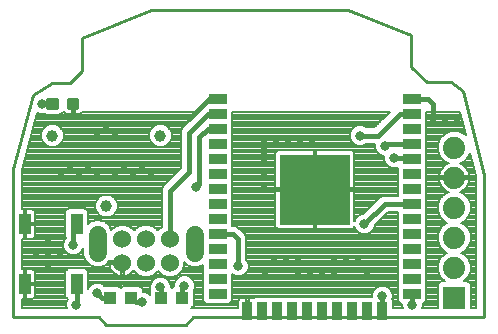
<source format=gtl>
G75*
G70*
%OFA0B0*%
%FSLAX24Y24*%
%IPPOS*%
%LPD*%
%AMOC8*
5,1,8,0,0,1.08239X$1,22.5*
%
%ADD10C,0.0100*%
%ADD11C,0.0600*%
%ADD12C,0.0000*%
%ADD13C,0.0600*%
%ADD14C,0.0394*%
%ADD15R,0.0591X0.0354*%
%ADD16R,0.0354X0.0591*%
%ADD17R,0.2362X0.2362*%
%ADD18R,0.0394X0.0433*%
%ADD19C,0.0118*%
%ADD20R,0.0740X0.0740*%
%ADD21C,0.0740*%
%ADD22R,0.0400X0.0700*%
%ADD23C,0.0080*%
%ADD24C,0.0180*%
%ADD25C,0.0240*%
%ADD26C,0.0320*%
%ADD27C,0.0160*%
D10*
X003490Y003381D02*
X003740Y003131D01*
X006390Y003131D01*
X006640Y003381D01*
X016340Y003381D01*
X016340Y008131D01*
X015640Y010931D01*
X015240Y011231D01*
X014440Y011231D01*
X013890Y011731D01*
X013890Y012781D01*
X011790Y013631D01*
X005240Y013631D01*
X002940Y012681D01*
X002940Y011581D01*
X002540Y011181D01*
X001940Y011181D01*
X001290Y010781D01*
X000640Y008331D01*
X000640Y003381D01*
X003490Y003381D01*
D11*
X003452Y005531D02*
X003452Y006131D01*
X003452Y005531D01*
X006702Y005531D02*
X006702Y006131D01*
X006702Y005531D01*
D12*
X006527Y005831D02*
X006529Y005857D01*
X006535Y005883D01*
X006544Y005907D01*
X006557Y005930D01*
X006574Y005950D01*
X006593Y005968D01*
X006615Y005983D01*
X006638Y005994D01*
X006663Y006002D01*
X006689Y006006D01*
X006715Y006006D01*
X006741Y006002D01*
X006766Y005994D01*
X006790Y005983D01*
X006811Y005968D01*
X006830Y005950D01*
X006847Y005930D01*
X006860Y005907D01*
X006869Y005883D01*
X006875Y005857D01*
X006877Y005831D01*
X006875Y005805D01*
X006869Y005779D01*
X006860Y005755D01*
X006847Y005732D01*
X006830Y005712D01*
X006811Y005694D01*
X006789Y005679D01*
X006766Y005668D01*
X006741Y005660D01*
X006715Y005656D01*
X006689Y005656D01*
X006663Y005660D01*
X006638Y005668D01*
X006614Y005679D01*
X006593Y005694D01*
X006574Y005712D01*
X006557Y005732D01*
X006544Y005755D01*
X006535Y005779D01*
X006529Y005805D01*
X006527Y005831D01*
X003277Y005831D02*
X003279Y005857D01*
X003285Y005883D01*
X003294Y005907D01*
X003307Y005930D01*
X003324Y005950D01*
X003343Y005968D01*
X003365Y005983D01*
X003388Y005994D01*
X003413Y006002D01*
X003439Y006006D01*
X003465Y006006D01*
X003491Y006002D01*
X003516Y005994D01*
X003540Y005983D01*
X003561Y005968D01*
X003580Y005950D01*
X003597Y005930D01*
X003610Y005907D01*
X003619Y005883D01*
X003625Y005857D01*
X003627Y005831D01*
X003625Y005805D01*
X003619Y005779D01*
X003610Y005755D01*
X003597Y005732D01*
X003580Y005712D01*
X003561Y005694D01*
X003539Y005679D01*
X003516Y005668D01*
X003491Y005660D01*
X003465Y005656D01*
X003439Y005656D01*
X003413Y005660D01*
X003388Y005668D01*
X003364Y005679D01*
X003343Y005694D01*
X003324Y005712D01*
X003307Y005732D01*
X003294Y005755D01*
X003285Y005779D01*
X003279Y005805D01*
X003277Y005831D01*
D13*
X004278Y005981D03*
X005065Y005981D03*
X005852Y005981D03*
X005852Y005194D03*
X005065Y005194D03*
X004278Y005194D03*
D14*
X003740Y007081D03*
X001940Y009431D03*
X005540Y009431D03*
D15*
X007447Y009662D03*
X007447Y009162D03*
X007447Y008662D03*
X007447Y008162D03*
X007447Y007662D03*
X007447Y007162D03*
X007447Y006662D03*
X007447Y006162D03*
X007447Y005662D03*
X007447Y005162D03*
X007447Y004662D03*
X007447Y004162D03*
X013933Y004162D03*
X013933Y004662D03*
X013933Y005162D03*
X013933Y005662D03*
X013933Y006162D03*
X013933Y006662D03*
X013933Y007162D03*
X013933Y007662D03*
X013933Y008162D03*
X013933Y008662D03*
X013933Y009162D03*
X013933Y009662D03*
X013933Y010162D03*
X013933Y010662D03*
X007447Y010662D03*
X007447Y010162D03*
D16*
X008440Y003576D03*
X008940Y003576D03*
X009440Y003576D03*
X009940Y003576D03*
X010440Y003576D03*
X010940Y003576D03*
X011440Y003576D03*
X011940Y003576D03*
X012440Y003576D03*
X012940Y003576D03*
D17*
X010690Y007631D03*
D18*
X006270Y004031D03*
X005560Y004031D03*
X004570Y004031D03*
X003860Y004031D03*
D19*
X002497Y010343D02*
X002497Y010619D01*
X002773Y010619D01*
X002773Y010343D01*
X002497Y010343D01*
X002497Y010460D02*
X002773Y010460D01*
X002773Y010577D02*
X002497Y010577D01*
X001807Y010619D02*
X001807Y010343D01*
X001807Y010619D02*
X002083Y010619D01*
X002083Y010343D01*
X001807Y010343D01*
X001807Y010460D02*
X002083Y010460D01*
X002083Y010577D02*
X001807Y010577D01*
D20*
X015340Y004031D03*
D21*
X015340Y005031D03*
X015340Y006031D03*
X015340Y007031D03*
X015340Y008031D03*
X015340Y009031D03*
D22*
X002747Y006481D03*
X001033Y006481D03*
X001033Y004481D03*
X002747Y004481D03*
D23*
X003127Y004480D02*
X003273Y004480D01*
X003247Y004469D02*
X003152Y004373D01*
X003127Y004314D01*
X003127Y004905D01*
X003022Y005011D01*
X002473Y005011D01*
X002367Y004905D01*
X002367Y004056D01*
X002451Y003972D01*
X002400Y003849D01*
X002400Y003713D01*
X002418Y003671D01*
X000930Y003671D01*
X000930Y003991D01*
X000993Y003991D01*
X000993Y004441D01*
X001073Y004441D01*
X001073Y004521D01*
X000993Y004521D01*
X000993Y004971D01*
X000930Y004971D01*
X000930Y005991D01*
X000993Y005991D01*
X000993Y006441D01*
X001073Y006441D01*
X001073Y006521D01*
X000993Y006521D01*
X000993Y006971D01*
X000930Y006971D01*
X000930Y008293D01*
X001430Y010179D01*
X001522Y010141D01*
X001658Y010141D01*
X001667Y010145D01*
X001672Y010140D01*
X001759Y010104D01*
X002130Y010104D01*
X002218Y010140D01*
X002285Y010208D01*
X002295Y010231D01*
X002332Y010231D01*
X002338Y010221D01*
X002375Y010184D01*
X002421Y010158D01*
X002471Y010144D01*
X002595Y010144D01*
X002595Y010231D01*
X002675Y010231D01*
X002675Y010144D01*
X002799Y010144D01*
X002850Y010158D01*
X002895Y010184D01*
X002932Y010221D01*
X002938Y010231D01*
X006808Y010231D01*
X006337Y009760D01*
X006261Y009684D01*
X006220Y009585D01*
X006220Y008343D01*
X005699Y007822D01*
X005624Y007746D01*
X005582Y007647D01*
X005582Y006389D01*
X005581Y006388D01*
X005459Y006266D01*
X005337Y006388D01*
X005160Y006461D01*
X004970Y006461D01*
X004793Y006388D01*
X004671Y006266D01*
X004549Y006388D01*
X004373Y006461D01*
X004182Y006461D01*
X004006Y006388D01*
X003907Y006289D01*
X003859Y006403D01*
X003724Y006538D01*
X003548Y006611D01*
X003357Y006611D01*
X003181Y006538D01*
X003127Y006484D01*
X003127Y006905D01*
X003022Y007011D01*
X002473Y007011D01*
X002367Y006905D01*
X002367Y006056D01*
X002380Y006043D01*
X002380Y006002D01*
X002352Y005973D01*
X002300Y005849D01*
X002300Y005713D01*
X002352Y005588D01*
X002447Y005493D01*
X002572Y005441D01*
X002708Y005441D01*
X002833Y005493D01*
X002928Y005588D01*
X002972Y005695D01*
X002972Y005435D01*
X003045Y005259D01*
X003181Y005124D01*
X003357Y005051D01*
X003548Y005051D01*
X003724Y005124D01*
X003839Y005239D01*
X003838Y005234D01*
X004238Y005234D01*
X004238Y005154D01*
X003838Y005154D01*
X003848Y005090D01*
X003870Y005025D01*
X003901Y004963D01*
X003942Y004907D01*
X003991Y004858D01*
X004047Y004817D01*
X004109Y004786D01*
X004175Y004764D01*
X004238Y004754D01*
X004238Y005153D01*
X004318Y005153D01*
X004318Y004754D01*
X004381Y004764D01*
X004446Y004786D01*
X004508Y004817D01*
X004564Y004858D01*
X004613Y004907D01*
X004646Y004952D01*
X004658Y004922D01*
X004793Y004787D01*
X004970Y004714D01*
X005160Y004714D01*
X005337Y004787D01*
X005459Y004908D01*
X005581Y004787D01*
X005757Y004714D01*
X005948Y004714D01*
X006124Y004787D01*
X006259Y004922D01*
X006332Y005098D01*
X006332Y005222D01*
X006431Y005124D01*
X006607Y005051D01*
X006798Y005051D01*
X006971Y005123D01*
X006971Y003911D01*
X007077Y003805D01*
X007817Y003805D01*
X007922Y003911D01*
X007922Y004818D01*
X007947Y004793D01*
X008072Y004741D01*
X008208Y004741D01*
X008333Y004793D01*
X008428Y004888D01*
X008480Y005013D01*
X008480Y005149D01*
X008428Y005273D01*
X008410Y005292D01*
X008410Y006035D01*
X008369Y006134D01*
X008293Y006210D01*
X008111Y006391D01*
X008012Y006432D01*
X007922Y006432D01*
X007922Y010231D01*
X013208Y010231D01*
X012678Y009701D01*
X012401Y009701D01*
X012383Y009719D01*
X012258Y009771D01*
X012122Y009771D01*
X011997Y009719D01*
X011902Y009623D01*
X011850Y009499D01*
X011850Y009363D01*
X011902Y009238D01*
X011997Y009143D01*
X012122Y009091D01*
X012258Y009091D01*
X012383Y009143D01*
X012401Y009161D01*
X012705Y009161D01*
X012700Y009149D01*
X012700Y009013D01*
X012752Y008888D01*
X012847Y008793D01*
X012972Y008741D01*
X013000Y008741D01*
X013000Y008613D01*
X013052Y008488D01*
X013147Y008393D01*
X013272Y008341D01*
X013408Y008341D01*
X013458Y008362D01*
X013458Y007432D01*
X012968Y007432D01*
X012869Y007391D01*
X012298Y006821D01*
X012272Y006821D01*
X012147Y006769D01*
X012052Y006673D01*
X012011Y006575D01*
X012011Y007591D01*
X010730Y007591D01*
X010730Y007671D01*
X010650Y007671D01*
X010650Y008952D01*
X009490Y008952D01*
X009455Y008942D01*
X009423Y008924D01*
X009397Y008898D01*
X009378Y008866D01*
X009369Y008830D01*
X009369Y007671D01*
X010650Y007671D01*
X010650Y007591D01*
X009369Y007591D01*
X009369Y006431D01*
X009378Y006396D01*
X009397Y006364D01*
X008139Y006364D01*
X008217Y006285D02*
X012055Y006285D01*
X012052Y006288D02*
X012147Y006193D01*
X012272Y006141D01*
X012408Y006141D01*
X012533Y006193D01*
X012628Y006288D01*
X012680Y006413D01*
X012680Y006439D01*
X013133Y006892D01*
X013458Y006892D01*
X013458Y003911D01*
X013563Y003805D01*
X013600Y003805D01*
X013600Y003713D01*
X013618Y003671D01*
X013297Y003671D01*
X013297Y003946D01*
X013265Y003978D01*
X013280Y004013D01*
X013280Y004149D01*
X013228Y004273D01*
X013133Y004369D01*
X013008Y004421D01*
X012872Y004421D01*
X012747Y004369D01*
X012652Y004273D01*
X012600Y004149D01*
X012600Y004051D01*
X008688Y004051D01*
X008646Y004008D01*
X008636Y004011D01*
X008480Y004011D01*
X008480Y003671D01*
X008400Y003671D01*
X008400Y004011D01*
X008244Y004011D01*
X008209Y004002D01*
X008177Y003983D01*
X008151Y003957D01*
X008132Y003925D01*
X008123Y003889D01*
X008123Y003671D01*
X006582Y003671D01*
X006574Y003668D01*
X006646Y003740D01*
X006646Y004282D01*
X006680Y004363D01*
X006680Y004499D01*
X006628Y004623D01*
X006533Y004719D01*
X006408Y004771D01*
X006272Y004771D01*
X006147Y004719D01*
X006052Y004623D01*
X006000Y004499D01*
X006000Y004427D01*
X005998Y004427D01*
X005915Y004344D01*
X005880Y004379D01*
X005880Y004449D01*
X005828Y004573D01*
X005733Y004669D01*
X005608Y004721D01*
X005472Y004721D01*
X005347Y004669D01*
X005252Y004573D01*
X005200Y004449D01*
X005200Y004338D01*
X005184Y004322D01*
X005184Y004118D01*
X005133Y004169D01*
X005008Y004221D01*
X004946Y004221D01*
X004946Y004322D01*
X004841Y004427D01*
X004298Y004427D01*
X004215Y004344D01*
X004132Y004427D01*
X003674Y004427D01*
X003633Y004469D01*
X003508Y004521D01*
X003372Y004521D01*
X003247Y004469D01*
X003180Y004401D02*
X003127Y004401D01*
X003127Y004323D02*
X003131Y004323D01*
X003127Y004558D02*
X005246Y004558D01*
X005213Y004480D02*
X003607Y004480D01*
X003127Y004637D02*
X005315Y004637D01*
X005344Y004794D02*
X005573Y004794D01*
X005621Y004715D02*
X005752Y004715D01*
X005765Y004637D02*
X006065Y004637D01*
X006025Y004558D02*
X005834Y004558D01*
X005867Y004480D02*
X006000Y004480D01*
X005972Y004401D02*
X005880Y004401D01*
X005952Y004715D02*
X006144Y004715D01*
X006132Y004794D02*
X006971Y004794D01*
X006971Y004872D02*
X006210Y004872D01*
X006271Y004951D02*
X006971Y004951D01*
X006971Y005029D02*
X006304Y005029D01*
X006332Y005108D02*
X006469Y005108D01*
X006368Y005186D02*
X006332Y005186D01*
X006536Y004715D02*
X006971Y004715D01*
X006971Y004637D02*
X006615Y004637D01*
X006655Y004558D02*
X006971Y004558D01*
X006971Y004480D02*
X006680Y004480D01*
X006680Y004401D02*
X006971Y004401D01*
X006971Y004323D02*
X006663Y004323D01*
X006646Y004244D02*
X006971Y004244D01*
X006971Y004166D02*
X006646Y004166D01*
X006646Y004087D02*
X006971Y004087D01*
X006971Y004009D02*
X006646Y004009D01*
X006646Y003930D02*
X006971Y003930D01*
X007030Y003852D02*
X006646Y003852D01*
X006646Y003773D02*
X008123Y003773D01*
X008123Y003695D02*
X006602Y003695D01*
X007863Y003852D02*
X008123Y003852D01*
X008135Y003930D02*
X007922Y003930D01*
X007922Y004009D02*
X008236Y004009D01*
X008400Y004009D02*
X008480Y004009D01*
X008480Y003930D02*
X008400Y003930D01*
X008400Y003852D02*
X008480Y003852D01*
X008480Y003773D02*
X008400Y003773D01*
X008400Y003695D02*
X008480Y003695D01*
X008644Y004009D02*
X008646Y004009D01*
X007922Y004087D02*
X012600Y004087D01*
X012607Y004166D02*
X007922Y004166D01*
X007922Y004244D02*
X012640Y004244D01*
X012701Y004323D02*
X007922Y004323D01*
X007922Y004401D02*
X012825Y004401D01*
X013055Y004401D02*
X013458Y004401D01*
X013458Y004323D02*
X013179Y004323D01*
X013240Y004244D02*
X013458Y004244D01*
X013458Y004166D02*
X013273Y004166D01*
X013280Y004087D02*
X013458Y004087D01*
X013458Y004009D02*
X013278Y004009D01*
X013297Y003930D02*
X013458Y003930D01*
X013517Y003852D02*
X013297Y003852D01*
X013297Y003773D02*
X013600Y003773D01*
X013608Y003695D02*
X013297Y003695D01*
X014262Y003671D02*
X014280Y003713D01*
X014280Y003805D01*
X014303Y003805D01*
X014409Y003911D01*
X014409Y010231D01*
X015516Y010231D01*
X015715Y009433D01*
X015652Y009497D01*
X015449Y009581D01*
X015231Y009581D01*
X015028Y009497D01*
X014874Y009342D01*
X014790Y009140D01*
X014790Y008922D01*
X014874Y008719D01*
X014409Y008719D01*
X014409Y008797D02*
X014841Y008797D01*
X014874Y008719D02*
X015028Y008565D01*
X015162Y008509D01*
X015144Y008504D01*
X015073Y008467D01*
X015008Y008420D01*
X014951Y008363D01*
X014904Y008298D01*
X014867Y008227D01*
X014843Y008150D01*
X014830Y008071D01*
X014830Y008071D01*
X015300Y008071D01*
X015300Y007991D01*
X014830Y007991D01*
X014830Y007991D01*
X014843Y007911D01*
X014867Y007835D01*
X014904Y007764D01*
X014951Y007699D01*
X015008Y007642D01*
X015073Y007595D01*
X015144Y007558D01*
X015162Y007552D01*
X015028Y007497D01*
X014874Y007342D01*
X014790Y007140D01*
X014790Y006922D01*
X014874Y006719D01*
X015028Y006565D01*
X015110Y006531D01*
X015028Y006497D01*
X014874Y006342D01*
X014790Y006140D01*
X014790Y005922D01*
X014874Y005719D01*
X015028Y005565D01*
X015110Y005531D01*
X015028Y005497D01*
X014874Y005342D01*
X014790Y005140D01*
X014790Y004922D01*
X014874Y004719D01*
X015012Y004581D01*
X014895Y004581D01*
X014790Y004475D01*
X014790Y003671D01*
X014262Y003671D01*
X014272Y003695D02*
X014790Y003695D01*
X014790Y003773D02*
X014280Y003773D01*
X014350Y003852D02*
X014790Y003852D01*
X014790Y003930D02*
X014409Y003930D01*
X014409Y004009D02*
X014790Y004009D01*
X014790Y004087D02*
X014409Y004087D01*
X014409Y004166D02*
X014790Y004166D01*
X014790Y004244D02*
X014409Y004244D01*
X014409Y004323D02*
X014790Y004323D01*
X014790Y004401D02*
X014409Y004401D01*
X014409Y004480D02*
X014794Y004480D01*
X014873Y004558D02*
X014409Y004558D01*
X014409Y004637D02*
X014956Y004637D01*
X014878Y004715D02*
X014409Y004715D01*
X014409Y004794D02*
X014843Y004794D01*
X014810Y004872D02*
X014409Y004872D01*
X014409Y004951D02*
X014790Y004951D01*
X014790Y005029D02*
X014409Y005029D01*
X014409Y005108D02*
X014790Y005108D01*
X014809Y005186D02*
X014409Y005186D01*
X014409Y005265D02*
X014842Y005265D01*
X014875Y005343D02*
X014409Y005343D01*
X014409Y005422D02*
X014953Y005422D01*
X015036Y005500D02*
X014409Y005500D01*
X014409Y005579D02*
X015014Y005579D01*
X014936Y005657D02*
X014409Y005657D01*
X014409Y005736D02*
X014867Y005736D01*
X014834Y005814D02*
X014409Y005814D01*
X014409Y005893D02*
X014802Y005893D01*
X014790Y005971D02*
X014409Y005971D01*
X014409Y006050D02*
X014790Y006050D01*
X014790Y006128D02*
X014409Y006128D01*
X014409Y006207D02*
X014818Y006207D01*
X014850Y006285D02*
X014409Y006285D01*
X014409Y006364D02*
X014895Y006364D01*
X014974Y006442D02*
X014409Y006442D01*
X014409Y006521D02*
X015086Y006521D01*
X014994Y006599D02*
X014409Y006599D01*
X014409Y006678D02*
X014915Y006678D01*
X014858Y006756D02*
X014409Y006756D01*
X014409Y006835D02*
X014826Y006835D01*
X014793Y006913D02*
X014409Y006913D01*
X014409Y006992D02*
X014790Y006992D01*
X014790Y007070D02*
X014409Y007070D01*
X014409Y007149D02*
X014794Y007149D01*
X014826Y007227D02*
X014409Y007227D01*
X014409Y007306D02*
X014859Y007306D01*
X014916Y007384D02*
X014409Y007384D01*
X014409Y007463D02*
X014994Y007463D01*
X015135Y007541D02*
X014409Y007541D01*
X014409Y007620D02*
X015038Y007620D01*
X014951Y007698D02*
X014409Y007698D01*
X014409Y007777D02*
X014897Y007777D01*
X014861Y007855D02*
X014409Y007855D01*
X014409Y007934D02*
X014839Y007934D01*
X014833Y008091D02*
X014409Y008091D01*
X014409Y008169D02*
X014849Y008169D01*
X014878Y008248D02*
X014409Y008248D01*
X014409Y008326D02*
X014924Y008326D01*
X014993Y008405D02*
X014409Y008405D01*
X014409Y008483D02*
X015105Y008483D01*
X015035Y008562D02*
X014409Y008562D01*
X014409Y008640D02*
X014953Y008640D01*
X014809Y008876D02*
X014409Y008876D01*
X014409Y008954D02*
X014790Y008954D01*
X014790Y009033D02*
X014409Y009033D01*
X014409Y009111D02*
X014790Y009111D01*
X014811Y009190D02*
X014409Y009190D01*
X014409Y009268D02*
X014843Y009268D01*
X014878Y009347D02*
X014409Y009347D01*
X014409Y009425D02*
X014957Y009425D01*
X015045Y009504D02*
X014409Y009504D01*
X014409Y009582D02*
X015678Y009582D01*
X015698Y009504D02*
X015635Y009504D01*
X015659Y009661D02*
X014409Y009661D01*
X014409Y009739D02*
X015639Y009739D01*
X015619Y009818D02*
X014409Y009818D01*
X014409Y009896D02*
X015600Y009896D01*
X015580Y009975D02*
X014409Y009975D01*
X014409Y010053D02*
X015560Y010053D01*
X015541Y010132D02*
X014409Y010132D01*
X014409Y010210D02*
X015521Y010210D01*
X015861Y008851D02*
X016050Y008095D01*
X016050Y003671D01*
X015890Y003671D01*
X015890Y004475D01*
X015785Y004581D01*
X015668Y004581D01*
X015806Y004719D01*
X015890Y004922D01*
X015890Y005140D01*
X015806Y005342D01*
X015652Y005497D01*
X015570Y005531D01*
X015652Y005565D01*
X015806Y005719D01*
X015890Y005922D01*
X015890Y006140D01*
X015806Y006342D01*
X015652Y006497D01*
X015570Y006531D01*
X015652Y006565D01*
X015806Y006719D01*
X015890Y006922D01*
X015890Y007140D01*
X015806Y007342D01*
X015652Y007497D01*
X015518Y007552D01*
X015536Y007558D01*
X015607Y007595D01*
X015672Y007642D01*
X015729Y007699D01*
X015776Y007764D01*
X015813Y007835D01*
X015837Y007911D01*
X015850Y007991D01*
X015380Y007991D01*
X015380Y008071D01*
X015850Y008071D01*
X015837Y008150D01*
X015813Y008227D01*
X015776Y008298D01*
X015729Y008363D01*
X015672Y008420D01*
X015607Y008467D01*
X015536Y008504D01*
X015518Y008509D01*
X015652Y008565D01*
X015806Y008719D01*
X015894Y008719D01*
X015874Y008797D02*
X015839Y008797D01*
X015861Y008851D02*
X015806Y008719D01*
X015727Y008640D02*
X015914Y008640D01*
X015933Y008562D02*
X015645Y008562D01*
X015575Y008483D02*
X015953Y008483D01*
X015973Y008405D02*
X015687Y008405D01*
X015756Y008326D02*
X015992Y008326D01*
X016012Y008248D02*
X015802Y008248D01*
X015831Y008169D02*
X016031Y008169D01*
X016050Y008091D02*
X015847Y008091D01*
X015850Y008071D02*
X015850Y008071D01*
X015850Y007991D02*
X015850Y007991D01*
X015841Y007934D02*
X016050Y007934D01*
X016050Y008012D02*
X015380Y008012D01*
X015300Y008012D02*
X014409Y008012D01*
X013458Y008012D02*
X012011Y008012D01*
X012011Y007934D02*
X013458Y007934D01*
X013458Y007855D02*
X012011Y007855D01*
X012011Y007777D02*
X013458Y007777D01*
X013458Y007698D02*
X012011Y007698D01*
X012011Y007671D02*
X012011Y008830D01*
X012002Y008866D01*
X011983Y008898D01*
X011957Y008924D01*
X011925Y008942D01*
X011890Y008952D01*
X010730Y008952D01*
X010730Y007671D01*
X012011Y007671D01*
X012011Y007541D02*
X013458Y007541D01*
X013458Y007463D02*
X012011Y007463D01*
X012011Y007384D02*
X012862Y007384D01*
X012783Y007306D02*
X012011Y007306D01*
X012011Y007227D02*
X012705Y007227D01*
X012626Y007149D02*
X012011Y007149D01*
X012011Y007070D02*
X012548Y007070D01*
X012469Y006992D02*
X012011Y006992D01*
X012011Y006913D02*
X012391Y006913D01*
X012312Y006835D02*
X012011Y006835D01*
X012011Y006756D02*
X012135Y006756D01*
X012056Y006678D02*
X012011Y006678D01*
X012011Y006599D02*
X012021Y006599D01*
X012004Y006404D02*
X012052Y006288D01*
X012020Y006364D02*
X011983Y006364D01*
X012002Y006396D01*
X012004Y006404D01*
X011983Y006364D02*
X011957Y006338D01*
X011925Y006319D01*
X011890Y006310D01*
X010730Y006310D01*
X010730Y007591D01*
X010650Y007591D01*
X010650Y006310D01*
X009490Y006310D01*
X009455Y006319D01*
X009423Y006338D01*
X009397Y006364D01*
X009369Y006442D02*
X007922Y006442D01*
X007922Y006521D02*
X009369Y006521D01*
X009369Y006599D02*
X007922Y006599D01*
X007922Y006678D02*
X009369Y006678D01*
X009369Y006756D02*
X007922Y006756D01*
X007922Y006835D02*
X009369Y006835D01*
X009369Y006913D02*
X007922Y006913D01*
X007922Y006992D02*
X009369Y006992D01*
X009369Y007070D02*
X007922Y007070D01*
X007922Y007149D02*
X009369Y007149D01*
X009369Y007227D02*
X007922Y007227D01*
X007922Y007306D02*
X009369Y007306D01*
X009369Y007384D02*
X007922Y007384D01*
X007922Y007463D02*
X009369Y007463D01*
X009369Y007541D02*
X007922Y007541D01*
X007922Y007620D02*
X010650Y007620D01*
X010650Y007698D02*
X010730Y007698D01*
X010730Y007620D02*
X013458Y007620D01*
X013458Y008091D02*
X012011Y008091D01*
X012011Y008169D02*
X013458Y008169D01*
X013458Y008248D02*
X012011Y008248D01*
X012011Y008326D02*
X013458Y008326D01*
X013135Y008405D02*
X012011Y008405D01*
X012011Y008483D02*
X013057Y008483D01*
X013021Y008562D02*
X012011Y008562D01*
X012011Y008640D02*
X013000Y008640D01*
X013000Y008719D02*
X012011Y008719D01*
X012011Y008797D02*
X012843Y008797D01*
X012764Y008876D02*
X011996Y008876D01*
X012073Y009111D02*
X007922Y009111D01*
X007922Y009033D02*
X012700Y009033D01*
X012700Y009111D02*
X012307Y009111D01*
X011950Y009190D02*
X007922Y009190D01*
X007922Y009268D02*
X011889Y009268D01*
X011857Y009347D02*
X007922Y009347D01*
X007922Y009425D02*
X011850Y009425D01*
X011852Y009504D02*
X007922Y009504D01*
X007922Y009582D02*
X011885Y009582D01*
X011939Y009661D02*
X007922Y009661D01*
X007922Y009739D02*
X012046Y009739D01*
X012334Y009739D02*
X012717Y009739D01*
X012795Y009818D02*
X007922Y009818D01*
X007922Y009896D02*
X012874Y009896D01*
X012952Y009975D02*
X007922Y009975D01*
X007922Y010053D02*
X013031Y010053D01*
X013109Y010132D02*
X007922Y010132D01*
X007922Y010210D02*
X013188Y010210D01*
X012724Y008954D02*
X007922Y008954D01*
X007922Y008876D02*
X009384Y008876D01*
X009369Y008797D02*
X007922Y008797D01*
X007922Y008719D02*
X009369Y008719D01*
X009369Y008640D02*
X007922Y008640D01*
X007922Y008562D02*
X009369Y008562D01*
X009369Y008483D02*
X007922Y008483D01*
X007922Y008405D02*
X009369Y008405D01*
X009369Y008326D02*
X007922Y008326D01*
X007922Y008248D02*
X009369Y008248D01*
X009369Y008169D02*
X007922Y008169D01*
X007922Y008091D02*
X009369Y008091D01*
X009369Y008012D02*
X007922Y008012D01*
X007922Y007934D02*
X009369Y007934D01*
X009369Y007855D02*
X007922Y007855D01*
X007922Y007777D02*
X009369Y007777D01*
X009369Y007698D02*
X007922Y007698D01*
X006204Y008326D02*
X000939Y008326D01*
X000930Y008248D02*
X006125Y008248D01*
X006047Y008169D02*
X000930Y008169D01*
X000930Y008091D02*
X005968Y008091D01*
X005890Y008012D02*
X000930Y008012D01*
X000930Y007934D02*
X005811Y007934D01*
X005733Y007855D02*
X000930Y007855D01*
X000930Y007777D02*
X005654Y007777D01*
X005604Y007698D02*
X000930Y007698D01*
X000930Y007620D02*
X005582Y007620D01*
X005582Y007541D02*
X000930Y007541D01*
X000930Y007463D02*
X005582Y007463D01*
X005582Y007384D02*
X003969Y007384D01*
X003953Y007400D02*
X004059Y007294D01*
X004117Y007156D01*
X004117Y007006D01*
X004059Y006867D01*
X003953Y006761D01*
X003815Y006704D01*
X003665Y006704D01*
X003527Y006761D01*
X003421Y006867D01*
X003363Y007006D01*
X003363Y007156D01*
X003421Y007294D01*
X003527Y007400D01*
X003665Y007458D01*
X003815Y007458D01*
X003953Y007400D01*
X004048Y007306D02*
X005582Y007306D01*
X005582Y007227D02*
X004087Y007227D01*
X004117Y007149D02*
X005582Y007149D01*
X005582Y007070D02*
X004117Y007070D01*
X004111Y006992D02*
X005582Y006992D01*
X005582Y006913D02*
X004079Y006913D01*
X004027Y006835D02*
X005582Y006835D01*
X005582Y006756D02*
X003941Y006756D01*
X003741Y006521D02*
X005582Y006521D01*
X005582Y006599D02*
X003576Y006599D01*
X003539Y006756D02*
X003127Y006756D01*
X003127Y006678D02*
X005582Y006678D01*
X005582Y006442D02*
X005205Y006442D01*
X005361Y006364D02*
X005557Y006364D01*
X005478Y006285D02*
X005439Y006285D01*
X004925Y006442D02*
X004418Y006442D01*
X004573Y006364D02*
X004769Y006364D01*
X004691Y006285D02*
X004652Y006285D01*
X004137Y006442D02*
X003820Y006442D01*
X003875Y006364D02*
X003982Y006364D01*
X003329Y006599D02*
X003127Y006599D01*
X003127Y006521D02*
X003164Y006521D01*
X003127Y006835D02*
X003453Y006835D01*
X003401Y006913D02*
X003119Y006913D01*
X003041Y006992D02*
X003369Y006992D01*
X003363Y007070D02*
X000930Y007070D01*
X000930Y006992D02*
X002454Y006992D01*
X002375Y006913D02*
X001347Y006913D01*
X001345Y006917D02*
X001319Y006943D01*
X001287Y006961D01*
X001251Y006971D01*
X001073Y006971D01*
X001073Y006521D01*
X000993Y006521D01*
X000993Y006599D02*
X001073Y006599D01*
X001073Y006521D02*
X001373Y006521D01*
X002367Y006521D01*
X002367Y006599D02*
X001373Y006599D01*
X001373Y006521D02*
X001373Y006849D01*
X001363Y006885D01*
X001345Y006917D01*
X001373Y006835D02*
X002367Y006835D01*
X002367Y006756D02*
X001373Y006756D01*
X001373Y006678D02*
X002367Y006678D01*
X002367Y006442D02*
X001073Y006442D01*
X001073Y006441D02*
X001373Y006441D01*
X001373Y006112D01*
X001363Y006077D01*
X001345Y006045D01*
X001319Y006019D01*
X001287Y006000D01*
X001251Y005991D01*
X001073Y005991D01*
X001073Y006441D01*
X001073Y006364D02*
X000993Y006364D01*
X000993Y006285D02*
X001073Y006285D01*
X001073Y006207D02*
X000993Y006207D01*
X000993Y006128D02*
X001073Y006128D01*
X001073Y006050D02*
X000993Y006050D01*
X000930Y005971D02*
X002351Y005971D01*
X002374Y006050D02*
X001348Y006050D01*
X001373Y006128D02*
X002367Y006128D01*
X002367Y006207D02*
X001373Y006207D01*
X001373Y006285D02*
X002367Y006285D01*
X002367Y006364D02*
X001373Y006364D01*
X001073Y006678D02*
X000993Y006678D01*
X000993Y006756D02*
X001073Y006756D01*
X001073Y006835D02*
X000993Y006835D01*
X000993Y006913D02*
X001073Y006913D01*
X000930Y007149D02*
X003363Y007149D01*
X003393Y007227D02*
X000930Y007227D01*
X000930Y007306D02*
X003432Y007306D01*
X003511Y007384D02*
X000930Y007384D01*
X000960Y008405D02*
X006220Y008405D01*
X006220Y008483D02*
X000980Y008483D01*
X001001Y008562D02*
X006220Y008562D01*
X006220Y008640D02*
X001022Y008640D01*
X001043Y008719D02*
X006220Y008719D01*
X006220Y008797D02*
X001064Y008797D01*
X001085Y008876D02*
X006220Y008876D01*
X006220Y008954D02*
X001105Y008954D01*
X001126Y009033D02*
X006220Y009033D01*
X006220Y009111D02*
X005753Y009111D01*
X005859Y009217D01*
X005917Y009356D01*
X005917Y009506D01*
X005859Y009644D01*
X005753Y009750D01*
X005615Y009808D01*
X005465Y009808D01*
X005327Y009750D01*
X005221Y009644D01*
X005163Y009506D01*
X005163Y009356D01*
X005221Y009217D01*
X005327Y009111D01*
X002153Y009111D01*
X002259Y009217D01*
X002317Y009356D01*
X002317Y009506D01*
X002259Y009644D01*
X002153Y009750D01*
X002015Y009808D01*
X001865Y009808D01*
X001727Y009750D01*
X001621Y009644D01*
X001563Y009506D01*
X001563Y009356D01*
X001621Y009217D01*
X001727Y009111D01*
X001147Y009111D01*
X001168Y009190D02*
X001648Y009190D01*
X001599Y009268D02*
X001189Y009268D01*
X001210Y009347D02*
X001567Y009347D01*
X001563Y009425D02*
X001230Y009425D01*
X001251Y009504D02*
X001563Y009504D01*
X001595Y009582D02*
X001272Y009582D01*
X001293Y009661D02*
X001637Y009661D01*
X001716Y009739D02*
X001314Y009739D01*
X001335Y009818D02*
X006395Y009818D01*
X006317Y009739D02*
X005764Y009739D01*
X005843Y009661D02*
X006252Y009661D01*
X006220Y009582D02*
X005885Y009582D01*
X005917Y009504D02*
X006220Y009504D01*
X006220Y009425D02*
X005917Y009425D01*
X005913Y009347D02*
X006220Y009347D01*
X006220Y009268D02*
X005881Y009268D01*
X005832Y009190D02*
X006220Y009190D01*
X005753Y009111D02*
X005615Y009054D01*
X005465Y009054D01*
X005327Y009111D01*
X005248Y009190D02*
X002232Y009190D01*
X002281Y009268D02*
X005199Y009268D01*
X005167Y009347D02*
X002313Y009347D01*
X002317Y009425D02*
X005163Y009425D01*
X005163Y009504D02*
X002317Y009504D01*
X002285Y009582D02*
X005195Y009582D01*
X005237Y009661D02*
X002243Y009661D01*
X002164Y009739D02*
X005316Y009739D01*
X006474Y009896D02*
X001355Y009896D01*
X001376Y009975D02*
X006552Y009975D01*
X006631Y010053D02*
X001397Y010053D01*
X001418Y010132D02*
X001692Y010132D01*
X002197Y010132D02*
X006709Y010132D01*
X006788Y010210D02*
X002922Y010210D01*
X002675Y010210D02*
X002595Y010210D01*
X002349Y010210D02*
X002286Y010210D01*
X002153Y009111D02*
X002015Y009054D01*
X001865Y009054D01*
X001727Y009111D01*
X002318Y005893D02*
X000930Y005893D01*
X000930Y005814D02*
X002300Y005814D01*
X002300Y005736D02*
X000930Y005736D01*
X000930Y005657D02*
X002323Y005657D01*
X002361Y005579D02*
X000930Y005579D01*
X000930Y005500D02*
X002440Y005500D01*
X002840Y005500D02*
X002972Y005500D01*
X002978Y005422D02*
X000930Y005422D01*
X000930Y005343D02*
X003011Y005343D01*
X003043Y005265D02*
X000930Y005265D01*
X000930Y005186D02*
X003118Y005186D01*
X003219Y005108D02*
X000930Y005108D01*
X000930Y005029D02*
X003868Y005029D01*
X003846Y005108D02*
X003686Y005108D01*
X003787Y005186D02*
X004238Y005186D01*
X004238Y005108D02*
X004318Y005108D01*
X004318Y005029D02*
X004238Y005029D01*
X004238Y004951D02*
X004318Y004951D01*
X004318Y004872D02*
X004238Y004872D01*
X004238Y004794D02*
X004318Y004794D01*
X004463Y004794D02*
X004786Y004794D01*
X004707Y004872D02*
X004579Y004872D01*
X004645Y004951D02*
X004646Y004951D01*
X004965Y004715D02*
X003127Y004715D01*
X003127Y004794D02*
X004093Y004794D01*
X003976Y004872D02*
X003127Y004872D01*
X003082Y004951D02*
X003910Y004951D01*
X004158Y004401D02*
X004272Y004401D01*
X004867Y004401D02*
X005200Y004401D01*
X005184Y004323D02*
X004946Y004323D01*
X004946Y004244D02*
X005184Y004244D01*
X005184Y004166D02*
X005136Y004166D01*
X005165Y004715D02*
X005459Y004715D01*
X005423Y004872D02*
X005495Y004872D01*
X006936Y005108D02*
X006971Y005108D01*
X007922Y004794D02*
X007946Y004794D01*
X007922Y004715D02*
X013458Y004715D01*
X013458Y004637D02*
X007922Y004637D01*
X007922Y004558D02*
X013458Y004558D01*
X013458Y004480D02*
X007922Y004480D01*
X008334Y004794D02*
X013458Y004794D01*
X013458Y004872D02*
X008412Y004872D01*
X008454Y004951D02*
X013458Y004951D01*
X013458Y005029D02*
X008480Y005029D01*
X008480Y005108D02*
X013458Y005108D01*
X013458Y005186D02*
X008464Y005186D01*
X008432Y005265D02*
X013458Y005265D01*
X013458Y005343D02*
X008410Y005343D01*
X008410Y005422D02*
X013458Y005422D01*
X013458Y005500D02*
X008410Y005500D01*
X008410Y005579D02*
X013458Y005579D01*
X013458Y005657D02*
X008410Y005657D01*
X008410Y005736D02*
X013458Y005736D01*
X013458Y005814D02*
X008410Y005814D01*
X008410Y005893D02*
X013458Y005893D01*
X013458Y005971D02*
X008410Y005971D01*
X008404Y006050D02*
X013458Y006050D01*
X013458Y006128D02*
X008371Y006128D01*
X008296Y006207D02*
X012133Y006207D01*
X012547Y006207D02*
X013458Y006207D01*
X013458Y006285D02*
X012625Y006285D01*
X012660Y006364D02*
X013458Y006364D01*
X013458Y006442D02*
X012683Y006442D01*
X012762Y006521D02*
X013458Y006521D01*
X013458Y006599D02*
X012840Y006599D01*
X012919Y006678D02*
X013458Y006678D01*
X013458Y006756D02*
X012997Y006756D01*
X013076Y006835D02*
X013458Y006835D01*
X015594Y006521D02*
X016050Y006521D01*
X016050Y006599D02*
X015686Y006599D01*
X015765Y006678D02*
X016050Y006678D01*
X016050Y006756D02*
X015822Y006756D01*
X015854Y006835D02*
X016050Y006835D01*
X016050Y006913D02*
X015887Y006913D01*
X015890Y006992D02*
X016050Y006992D01*
X016050Y007070D02*
X015890Y007070D01*
X015886Y007149D02*
X016050Y007149D01*
X016050Y007227D02*
X015854Y007227D01*
X015821Y007306D02*
X016050Y007306D01*
X016050Y007384D02*
X015764Y007384D01*
X015686Y007463D02*
X016050Y007463D01*
X016050Y007541D02*
X015545Y007541D01*
X015642Y007620D02*
X016050Y007620D01*
X016050Y007698D02*
X015729Y007698D01*
X015783Y007777D02*
X016050Y007777D01*
X016050Y007855D02*
X015819Y007855D01*
X015706Y006442D02*
X016050Y006442D01*
X016050Y006364D02*
X015785Y006364D01*
X015830Y006285D02*
X016050Y006285D01*
X016050Y006207D02*
X015862Y006207D01*
X015890Y006128D02*
X016050Y006128D01*
X016050Y006050D02*
X015890Y006050D01*
X015890Y005971D02*
X016050Y005971D01*
X016050Y005893D02*
X015878Y005893D01*
X015846Y005814D02*
X016050Y005814D01*
X016050Y005736D02*
X015813Y005736D01*
X015744Y005657D02*
X016050Y005657D01*
X016050Y005579D02*
X015666Y005579D01*
X015644Y005500D02*
X016050Y005500D01*
X016050Y005422D02*
X015727Y005422D01*
X015805Y005343D02*
X016050Y005343D01*
X016050Y005265D02*
X015838Y005265D01*
X015871Y005186D02*
X016050Y005186D01*
X016050Y005108D02*
X015890Y005108D01*
X015890Y005029D02*
X016050Y005029D01*
X016050Y004951D02*
X015890Y004951D01*
X015870Y004872D02*
X016050Y004872D01*
X016050Y004794D02*
X015837Y004794D01*
X015802Y004715D02*
X016050Y004715D01*
X016050Y004637D02*
X015724Y004637D01*
X015807Y004558D02*
X016050Y004558D01*
X016050Y004480D02*
X015886Y004480D01*
X015890Y004401D02*
X016050Y004401D01*
X016050Y004323D02*
X015890Y004323D01*
X015890Y004244D02*
X016050Y004244D01*
X016050Y004166D02*
X015890Y004166D01*
X015890Y004087D02*
X016050Y004087D01*
X016050Y004009D02*
X015890Y004009D01*
X015890Y003930D02*
X016050Y003930D01*
X016050Y003852D02*
X015890Y003852D01*
X015890Y003773D02*
X016050Y003773D01*
X016050Y003695D02*
X015890Y003695D01*
X010730Y006364D02*
X010650Y006364D01*
X010650Y006442D02*
X010730Y006442D01*
X010730Y006521D02*
X010650Y006521D01*
X010650Y006599D02*
X010730Y006599D01*
X010730Y006678D02*
X010650Y006678D01*
X010650Y006756D02*
X010730Y006756D01*
X010730Y006835D02*
X010650Y006835D01*
X010650Y006913D02*
X010730Y006913D01*
X010730Y006992D02*
X010650Y006992D01*
X010650Y007070D02*
X010730Y007070D01*
X010730Y007149D02*
X010650Y007149D01*
X010650Y007227D02*
X010730Y007227D01*
X010730Y007306D02*
X010650Y007306D01*
X010650Y007384D02*
X010730Y007384D01*
X010730Y007463D02*
X010650Y007463D01*
X010650Y007541D02*
X010730Y007541D01*
X010730Y007777D02*
X010650Y007777D01*
X010650Y007855D02*
X010730Y007855D01*
X010730Y007934D02*
X010650Y007934D01*
X010650Y008012D02*
X010730Y008012D01*
X010730Y008091D02*
X010650Y008091D01*
X010650Y008169D02*
X010730Y008169D01*
X010730Y008248D02*
X010650Y008248D01*
X010650Y008326D02*
X010730Y008326D01*
X010730Y008405D02*
X010650Y008405D01*
X010650Y008483D02*
X010730Y008483D01*
X010730Y008562D02*
X010650Y008562D01*
X010650Y008640D02*
X010730Y008640D01*
X010730Y008719D02*
X010650Y008719D01*
X010650Y008797D02*
X010730Y008797D01*
X010730Y008876D02*
X010650Y008876D01*
X002972Y005657D02*
X002957Y005657D01*
X002972Y005579D02*
X002919Y005579D01*
X002413Y004951D02*
X001305Y004951D01*
X001319Y004943D02*
X001287Y004961D01*
X001251Y004971D01*
X001073Y004971D01*
X001073Y004521D01*
X001373Y004521D01*
X001373Y004849D01*
X001363Y004885D01*
X001345Y004917D01*
X001319Y004943D01*
X001367Y004872D02*
X002367Y004872D01*
X002367Y004794D02*
X001373Y004794D01*
X001373Y004715D02*
X002367Y004715D01*
X002367Y004637D02*
X001373Y004637D01*
X001373Y004558D02*
X002367Y004558D01*
X002367Y004480D02*
X001073Y004480D01*
X001073Y004441D02*
X001373Y004441D01*
X001373Y004112D01*
X001363Y004077D01*
X001345Y004045D01*
X001319Y004019D01*
X001287Y004000D01*
X001251Y003991D01*
X001073Y003991D01*
X001073Y004441D01*
X001073Y004401D02*
X000993Y004401D01*
X000993Y004323D02*
X001073Y004323D01*
X001073Y004244D02*
X000993Y004244D01*
X000993Y004166D02*
X001073Y004166D01*
X001073Y004087D02*
X000993Y004087D01*
X000993Y004009D02*
X001073Y004009D01*
X000930Y003930D02*
X002434Y003930D01*
X002415Y004009D02*
X001302Y004009D01*
X001366Y004087D02*
X002367Y004087D01*
X002367Y004166D02*
X001373Y004166D01*
X001373Y004244D02*
X002367Y004244D01*
X002367Y004323D02*
X001373Y004323D01*
X001373Y004401D02*
X002367Y004401D01*
X002401Y003852D02*
X000930Y003852D01*
X000930Y003773D02*
X002400Y003773D01*
X002408Y003695D02*
X000930Y003695D01*
X000993Y004558D02*
X001073Y004558D01*
X001073Y004637D02*
X000993Y004637D01*
X000993Y004715D02*
X001073Y004715D01*
X001073Y004794D02*
X000993Y004794D01*
X000993Y004872D02*
X001073Y004872D01*
X001073Y004951D02*
X000993Y004951D01*
D24*
X002697Y003824D02*
X002740Y003781D01*
X003440Y004181D02*
X003590Y004031D01*
X003860Y004031D01*
X004570Y004031D02*
X004720Y003881D01*
X004940Y003881D01*
X005560Y004031D02*
X005560Y004361D01*
X005540Y004381D01*
X006270Y004361D02*
X006270Y004031D01*
X006270Y004361D02*
X006340Y004431D01*
X008140Y005081D02*
X008140Y005981D01*
X007959Y006162D01*
X007447Y006162D01*
X005852Y005981D02*
X005852Y007593D01*
X006490Y008231D01*
X006490Y009531D01*
X007121Y010162D01*
X007447Y010162D01*
X007447Y010662D02*
X007171Y010662D01*
X006490Y009981D01*
X006840Y009381D02*
X007121Y009662D01*
X007447Y009662D01*
X006840Y009381D02*
X006840Y007831D01*
X006740Y007731D01*
X002635Y010136D02*
X002635Y010481D01*
X001945Y010481D02*
X001590Y010481D01*
X012190Y009431D02*
X012790Y009431D01*
X013521Y010162D01*
X013933Y010162D01*
X013933Y010662D02*
X014459Y010662D01*
X014640Y010481D01*
X014640Y009981D01*
X013933Y009162D02*
X013121Y009162D01*
X013040Y009081D01*
X013340Y008681D02*
X013915Y008681D01*
X013933Y008662D01*
X013933Y007162D02*
X013021Y007162D01*
X012340Y006481D01*
X013933Y004162D02*
X013933Y003788D01*
X013940Y003781D01*
X012940Y003576D02*
X012940Y004081D01*
D25*
X012440Y004931D03*
X012140Y005231D03*
X011740Y005231D03*
X011340Y005231D03*
X011340Y004831D03*
X010940Y004831D03*
X010540Y004831D03*
X010140Y004831D03*
X010140Y005231D03*
X009740Y005231D03*
X009340Y005231D03*
X009040Y004931D03*
X008990Y007731D03*
X008990Y008131D03*
X008990Y008531D03*
X008990Y008931D03*
X008990Y009331D03*
X009390Y009331D03*
X009790Y009331D03*
X010190Y009331D03*
X010590Y009331D03*
X014640Y009981D03*
X015040Y009981D03*
X015440Y009981D03*
X005240Y008131D03*
X004940Y008431D03*
X004640Y008731D03*
X004340Y008431D03*
X004040Y008131D03*
X003440Y008131D03*
X003140Y008431D03*
X002840Y008731D03*
X002540Y008431D03*
X002240Y008131D03*
X002840Y008131D03*
X003140Y009131D03*
X003440Y009431D03*
X003740Y009731D03*
X004040Y009431D03*
X003740Y009131D03*
X004340Y009131D03*
X004640Y008131D03*
X001790Y005881D03*
X001790Y005481D03*
X001390Y005481D03*
X001790Y005081D03*
X002190Y005481D03*
D26*
X002640Y005781D03*
X003440Y004181D03*
X002740Y003781D03*
X004940Y003881D03*
X005540Y004381D03*
X006340Y004431D03*
X008140Y005081D03*
X006740Y007731D03*
X001590Y010481D03*
X012190Y009431D03*
X013040Y009081D03*
X013340Y008681D03*
X012340Y006481D03*
X012940Y004081D03*
X013940Y003781D03*
D27*
X002747Y003788D02*
X002740Y003781D01*
X002747Y003788D02*
X002747Y004481D01*
X002640Y005781D02*
X002640Y006374D01*
X002747Y006481D01*
M02*

</source>
